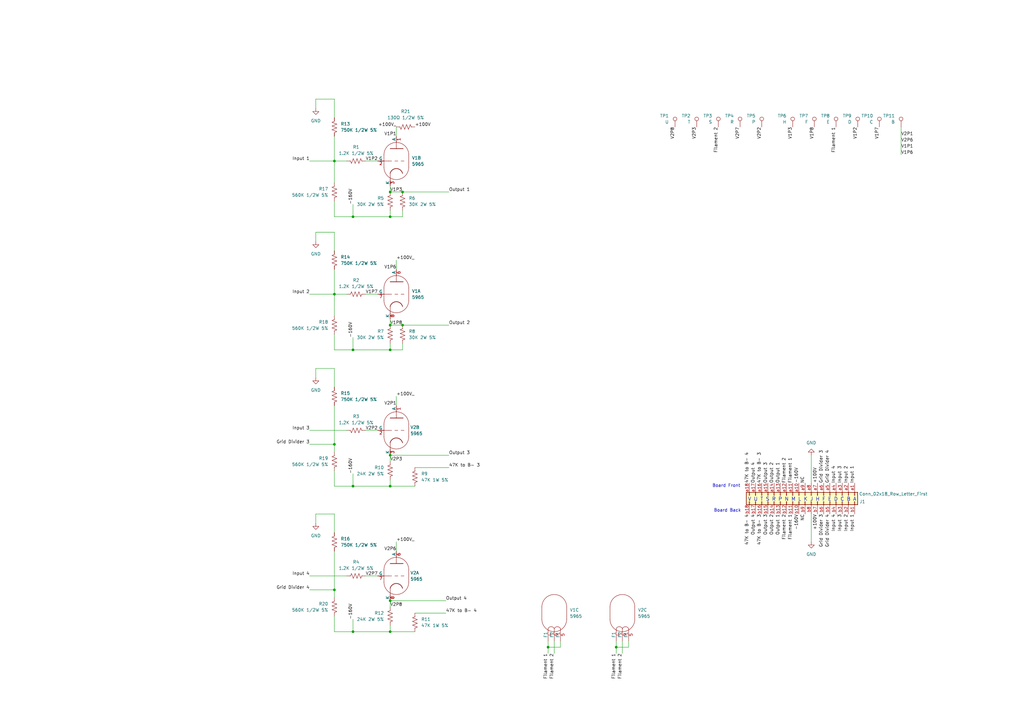
<source format=kicad_sch>
(kicad_sch (version 20211123) (generator eeschema)
  (paper "A3")
  (lib_symbols
    (symbol "Connector:TestPoint" (pin_numbers hide) (pin_names (offset 0.762) hide)
      (property "Reference" "TP" (at 0 6.858 0))
      (property "Value" "TestPoint" (at 0 5.08 0))
      (symbol "TestPoint_0_1"
        (circle (center 0 3.302) (radius 0.762))
      )
      (symbol "TestPoint_1_1"
        (pin passive line (at 0 0 90) (length 2.54) (name "1") (number "1"))
      )
    )
    (symbol "Connector_Generic:Conn_02x18_Row_Letter_First" (pin_names (offset 1.016) hide)
      (property "Reference" "J" (at 1.27 22.86 0))
      (property "Value" "Conn_02x18_Row_Letter_First" (at 1.27 -25.4 0))
      (symbol "Conn_02x18_Row_Letter_First_1_1"
        (rectangle (start -1.27 -22.733) (end 0 -22.987) (stroke (width 0.1524)))
        (rectangle (start -1.27 -20.193) (end 0 -20.447) (stroke (width 0.1524)))
        (rectangle (start -1.27 -17.653) (end 0 -17.907) (stroke (width 0.1524)))
        (rectangle (start -1.27 -15.113) (end 0 -15.367) (stroke (width 0.1524)))
        (rectangle (start -1.27 -12.573) (end 0 -12.827) (stroke (width 0.1524)))
        (rectangle (start -1.27 -10.033) (end 0 -10.287) (stroke (width 0.1524)))
        (rectangle (start -1.27 -7.493) (end 0 -7.747) (stroke (width 0.1524)))
        (rectangle (start -1.27 -4.953) (end 0 -5.207) (stroke (width 0.1524)))
        (rectangle (start -1.27 -2.413) (end 0 -2.667) (stroke (width 0.1524)))
        (rectangle (start -1.27 0.127) (end 0 -0.127) (stroke (width 0.1524)))
        (rectangle (start -1.27 2.667) (end 0 2.413) (stroke (width 0.1524)))
        (rectangle (start -1.27 5.207) (end 0 4.953) (stroke (width 0.1524)))
        (rectangle (start -1.27 7.747) (end 0 7.493) (stroke (width 0.1524)))
        (rectangle (start -1.27 10.287) (end 0 10.033) (stroke (width 0.1524)))
        (rectangle (start -1.27 12.827) (end 0 12.573) (stroke (width 0.1524)))
        (rectangle (start -1.27 15.367) (end 0 15.113) (stroke (width 0.1524)))
        (rectangle (start -1.27 17.907) (end 0 17.653) (stroke (width 0.1524)))
        (rectangle (start -1.27 20.447) (end 0 20.193) (stroke (width 0.1524)))
        (rectangle (start -1.27 21.59) (end 3.81 -24.13) (stroke (width 0.254)) (fill (type background)))
        (rectangle (start 3.81 -22.733) (end 2.54 -22.987) (stroke (width 0.1524)))
        (rectangle (start 3.81 -20.193) (end 2.54 -20.447) (stroke (width 0.1524)))
        (rectangle (start 3.81 -17.653) (end 2.54 -17.907) (stroke (width 0.1524)))
        (rectangle (start 3.81 -15.113) (end 2.54 -15.367) (stroke (width 0.1524)))
        (rectangle (start 3.81 -12.573) (end 2.54 -12.827) (stroke (width 0.1524)))
        (rectangle (start 3.81 -10.033) (end 2.54 -10.287) (stroke (width 0.1524)))
        (rectangle (start 3.81 -7.493) (end 2.54 -7.747) (stroke (width 0.1524)))
        (rectangle (start 3.81 -4.953) (end 2.54 -5.207) (stroke (width 0.1524)))
        (rectangle (start 3.81 -2.413) (end 2.54 -2.667) (stroke (width 0.1524)))
        (rectangle (start 3.81 0.127) (end 2.54 -0.127) (stroke (width 0.1524)))
        (rectangle (start 3.81 2.667) (end 2.54 2.413) (stroke (width 0.1524)))
        (rectangle (start 3.81 5.207) (end 2.54 4.953) (stroke (width 0.1524)))
        (rectangle (start 3.81 7.747) (end 2.54 7.493) (stroke (width 0.1524)))
        (rectangle (start 3.81 10.287) (end 2.54 10.033) (stroke (width 0.1524)))
        (rectangle (start 3.81 12.827) (end 2.54 12.573) (stroke (width 0.1524)))
        (rectangle (start 3.81 15.367) (end 2.54 15.113) (stroke (width 0.1524)))
        (rectangle (start 3.81 17.907) (end 2.54 17.653) (stroke (width 0.1524)))
        (rectangle (start 3.81 20.447) (end 2.54 20.193) (stroke (width 0.1524)))
        (pin passive line (at -5.08 20.32 0) (length 3.81) (name "Pin_a1") (number "a1"))
        (pin passive line (at -5.08 -2.54 0) (length 3.81) (name "Pin_a10") (number "a10"))
        (pin passive line (at -5.08 -5.08 0) (length 3.81) (name "Pin_a11") (number "a11"))
        (pin passive line (at -5.08 -7.62 0) (length 3.81) (name "Pin_a12") (number "a12"))
        (pin passive line (at -5.08 -10.16 0) (length 3.81) (name "Pin_a13") (number "a13"))
        (pin passive line (at -5.08 -12.7 0) (length 3.81) (name "Pin_a14") (number "a14"))
        (pin passive line (at -5.08 -15.24 0) (length 3.81) (name "Pin_a15") (number "a15"))
        (pin passive line (at -5.08 -17.78 0) (length 3.81) (name "Pin_a16") (number "a16"))
        (pin passive line (at -5.08 -20.32 0) (length 3.81) (name "Pin_a17") (number "a17"))
        (pin passive line (at -5.08 -22.86 0) (length 3.81) (name "Pin_a18") (number "a18"))
        (pin passive line (at -5.08 17.78 0) (length 3.81) (name "Pin_a2") (number "a2"))
        (pin passive line (at -5.08 15.24 0) (length 3.81) (name "Pin_a3") (number "a3"))
        (pin passive line (at -5.08 12.7 0) (length 3.81) (name "Pin_a4") (number "a4"))
        (pin passive line (at -5.08 10.16 0) (length 3.81) (name "Pin_a5") (number "a5"))
        (pin passive line (at -5.08 7.62 0) (length 3.81) (name "Pin_a6") (number "a6"))
        (pin passive line (at -5.08 5.08 0) (length 3.81) (name "Pin_a7") (number "a7"))
        (pin passive line (at -5.08 2.54 0) (length 3.81) (name "Pin_a8") (number "a8"))
        (pin passive line (at -5.08 0 0) (length 3.81) (name "Pin_a9") (number "a9"))
        (pin passive line (at 7.62 20.32 180) (length 3.81) (name "Pin_b1") (number "b1"))
        (pin passive line (at 7.62 -2.54 180) (length 3.81) (name "Pin_b10") (number "b10"))
        (pin passive line (at 7.62 -5.08 180) (length 3.81) (name "Pin_b11") (number "b11"))
        (pin passive line (at 7.62 -7.62 180) (length 3.81) (name "Pin_b12") (number "b12"))
        (pin passive line (at 7.62 -10.16 180) (length 3.81) (name "Pin_b13") (number "b13"))
        (pin passive line (at 7.62 -12.7 180) (length 3.81) (name "Pin_b14") (number "b14"))
        (pin passive line (at 7.62 -15.24 180) (length 3.81) (name "Pin_b15") (number "b15"))
        (pin passive line (at 7.62 -17.78 180) (length 3.81) (name "Pin_b16") (number "b16"))
        (pin passive line (at 7.62 -20.32 180) (length 3.81) (name "Pin_b17") (number "b17"))
        (pin passive line (at 7.62 -22.86 180) (length 3.81) (name "Pin_b18") (number "b18"))
        (pin passive line (at 7.62 17.78 180) (length 3.81) (name "Pin_b2") (number "b2"))
        (pin passive line (at 7.62 15.24 180) (length 3.81) (name "Pin_b3") (number "b3"))
        (pin passive line (at 7.62 12.7 180) (length 3.81) (name "Pin_b4") (number "b4"))
        (pin passive line (at 7.62 10.16 180) (length 3.81) (name "Pin_b5") (number "b5"))
        (pin passive line (at 7.62 7.62 180) (length 3.81) (name "Pin_b6") (number "b6"))
        (pin passive line (at 7.62 5.08 180) (length 3.81) (name "Pin_b7") (number "b7"))
        (pin passive line (at 7.62 2.54 180) (length 3.81) (name "Pin_b8") (number "b8"))
        (pin passive line (at 7.62 0 180) (length 3.81) (name "Pin_b9") (number "b9"))
      )
    )
    (symbol "Device:R_US" (pin_numbers hide) (pin_names (offset 0))
      (property "Reference" "R" (at 2.54 0 90))
      (property "Value" "R_US" (at -2.54 0 90))
      (symbol "R_US_0_1"
        (polyline (pts (xy 0 -2.286) (xy 0 -2.54)))
        (polyline (pts (xy 0 2.286) (xy 0 2.54)))
        (polyline (pts (xy 0 -0.762) (xy 1.016 -1.143) (xy 0 -1.524) (xy -1.016 -1.905) (xy 0 -2.286)))
        (polyline (pts (xy 0 0.762) (xy 1.016 0.381) (xy 0 0) (xy -1.016 -0.381) (xy 0 -0.762)))
        (polyline (pts (xy 0 2.286) (xy 1.016 1.905) (xy 0 1.524) (xy -1.016 1.143) (xy 0 0.762)))
      )
      (symbol "R_US_1_1"
        (pin passive line (at 0 3.81 270) (length 1.27) (name "~") (number "1"))
        (pin passive line (at 0 -3.81 90) (length 1.27) (name "~") (number "2"))
      )
    )
    (symbol "Valve:ECC81" (pin_names (offset 0))
      (property "Reference" "U" (at 3.302 7.874 0))
      (property "Value" "ECC81" (at 8.89 -7.62 0))
      (symbol "ECC81_0_1"
        (arc (start -5.08 -2.54) (mid 0 -7.62) (end 5.08 -2.54))
        (polyline (pts (xy 5.08 2.54) (xy 5.08 -2.54)))
        (polyline (pts (xy -5.08 2.54) (xy -5.08 -2.54) (xy -5.08 -2.54)))
        (arc (start 5.08 2.54) (mid 0 7.62) (end -5.08 2.54))
      )
      (symbol "ECC81_1_0"
        (polyline (pts (xy -2.54 -5.08) (xy -2.54 -7.62)))
        (polyline (pts (xy 0 5.08) (xy 0 7.62)))
      )
      (symbol "ECC81_1_1"
        (polyline (pts (xy -5.08 0) (xy -3.175 0)))
        (polyline (pts (xy -1.905 0) (xy -3.175 0)) (stroke (width 0.1524)))
        (polyline (pts (xy -0.635 0) (xy 0.635 0)) (stroke (width 0.1524)))
        (polyline (pts (xy 1.905 0) (xy 3.175 0)) (stroke (width 0.1524)))
        (polyline (pts (xy -2.54 5.08) (xy 2.794 5.08) (xy 2.794 5.08)) (stroke (width 0.254)))
        (arc (start 2.54 -5.08) (mid 0 -3.0968) (end -2.54 -5.08) (stroke (width 0.254)))
        (pin output line (at 0 10.16 270) (length 2.54) (name "A") (number "6"))
        (pin input line (at -7.62 0 0) (length 2.54) (name "G") (number "7"))
        (pin bidirectional line (at -2.54 -10.16 90) (length 2.54) (name "K") (number "8"))
      )
      (symbol "ECC81_2_0"
        (polyline (pts (xy -2.54 -5.08) (xy -2.54 -7.62)))
        (polyline (pts (xy 0 5.08) (xy 0 7.62)))
      )
      (symbol "ECC81_2_1"
        (polyline (pts (xy -5.08 0) (xy -3.175 0)))
        (polyline (pts (xy -1.905 0) (xy -3.175 0)) (stroke (width 0.1524)))
        (polyline (pts (xy -0.635 0) (xy 0.635 0)) (stroke (width 0.1524)))
        (polyline (pts (xy 1.905 0) (xy 3.175 0)) (stroke (width 0.1524)))
        (polyline (pts (xy -2.54 5.08) (xy 2.794 5.08) (xy 2.794 5.08)) (stroke (width 0.254)))
        (arc (start 2.54 -5.08) (mid 0 -3.0968) (end -2.54 -5.08) (stroke (width 0.254)))
        (pin output line (at 0 10.16 270) (length 2.54) (name "A") (number "1"))
        (pin input line (at -7.62 0 0) (length 2.54) (name "G") (number "2"))
        (pin bidirectional line (at -2.54 -10.16 90) (length 2.54) (name "K") (number "3"))
      )
      (symbol "ECC81_3_1"
        (arc (start 0 -6.35) (mid -1.27 -5.5651) (end -2.54 -6.35))
        (arc (start 2.54 -6.35) (mid 1.27 -5.5651) (end 0 -6.35))
        (pin power_in line (at -2.54 -11.43 90) (length 5.08) (name "F1") (number "4"))
        (pin power_in line (at 2.54 -11.43 90) (length 5.08) (name "F1") (number "5"))
        (pin power_in line (at 0 -11.43 90) (length 5.08) (name "F2") (number "9"))
      )
    )
    (symbol "power:GND" (power) (pin_names (offset 0))
      (property "Value" "GND" (at 0 -3.81 0))
      (symbol "GND_0_1"
        (polyline (pts (xy 0 0) (xy 0 -1.27) (xy 1.27 -1.27) (xy 0 -2.54) (xy -1.27 -1.27) (xy 0 -1.27)))
      )
      (symbol "GND_1_1"
        (pin power_in line (at 0 0 270) (length 0) hide (name "GND") (number "1"))
      )
    )
  )
  (junction (at 144.78 199.39))
  (junction (at 165.1 133.35))
  (junction (at 137.16 241.935))
  (junction (at 137.16 66.04))
  (junction (at 160.02 143.51))
  (junction (at 224.79 265.43))
  (junction (at 160.02 133.35))
  (junction (at 160.02 259.08))
  (junction (at 137.16 120.65))
  (junction (at 165.1 78.74))
  (junction (at 144.78 259.08))
  (junction (at 160.02 78.74))
  (junction (at 160.02 88.9))
  (junction (at 144.78 88.9))
  (junction (at 160.02 186.69))
  (junction (at 252.73 265.43))
  (junction (at 144.78 143.51))
  (junction (at 160.02 199.39))
  (junction (at 160.02 246.38))
  (junction (at 137.16 182.245))
  (wire (pts (xy 227.33 262.89) (xy 227.33 267.97)))
  (wire (pts (xy 160.02 199.39) (xy 144.78 199.39)))
  (wire (pts (xy 137.16 55.88) (xy 137.16 66.04)))
  (wire (pts (xy 257.81 265.43) (xy 257.81 262.89)))
  (wire (pts (xy 137.16 137.16) (xy 137.16 143.51)))
  (wire (pts (xy 252.73 265.43) (xy 257.81 265.43)))
  (wire (pts (xy 224.79 265.43) (xy 229.87 265.43)))
  (wire (pts (xy 160.02 186.69) (xy 184.15 186.69)))
  (wire (pts (xy 137.16 40.64) (xy 129.54 40.64)))
  (wire (pts (xy 224.79 265.43) (xy 224.79 267.97)))
  (wire (pts (xy 137.16 252.73) (xy 137.16 259.08)))
  (wire (pts (xy 170.18 251.46) (xy 182.88 251.46)))
  (wire (pts (xy 160.02 78.74) (xy 165.1 78.74)))
  (wire (pts (xy 137.16 151.13) (xy 129.54 151.13)))
  (wire (pts (xy 255.27 262.89) (xy 255.27 267.97)))
  (wire (pts (xy 144.78 83.82) (xy 144.78 88.9)))
  (wire (pts (xy 165.1 88.9) (xy 160.02 88.9)))
  (wire (pts (xy 160.02 130.81) (xy 160.02 133.35)))
  (wire (pts (xy 137.16 199.39) (xy 144.78 199.39)))
  (wire (pts (xy 137.16 95.25) (xy 129.54 95.25)))
  (wire (pts (xy 162.56 222.25) (xy 162.56 226.06)))
  (wire (pts (xy 165.1 140.97) (xy 165.1 143.51)))
  (wire (pts (xy 160.02 259.08) (xy 170.18 259.08)))
  (wire (pts (xy 137.16 88.9) (xy 144.78 88.9)))
  (wire (pts (xy 137.16 226.06) (xy 137.16 241.935)))
  (wire (pts (xy 137.16 182.245) (xy 137.16 185.42)))
  (wire (pts (xy 149.86 120.65) (xy 154.94 120.65)))
  (wire (pts (xy 165.1 143.51) (xy 160.02 143.51)))
  (wire (pts (xy 332.74 222.25) (xy 332.74 210.82)))
  (wire (pts (xy 160.02 199.39) (xy 170.18 199.39)))
  (wire (pts (xy 252.73 265.43) (xy 252.73 267.97)))
  (wire (pts (xy 229.87 265.43) (xy 229.87 262.89)))
  (wire (pts (xy 144.78 254) (xy 144.78 259.08)))
  (wire (pts (xy 160.02 86.36) (xy 160.02 88.9)))
  (wire (pts (xy 144.78 194.31) (xy 144.78 199.39)))
  (wire (pts (xy 137.16 102.87) (xy 137.16 95.25)))
  (wire (pts (xy 160.02 76.2) (xy 160.02 78.74)))
  (wire (pts (xy 142.24 66.04) (xy 137.16 66.04)))
  (wire (pts (xy 165.1 86.36) (xy 165.1 88.9)))
  (wire (pts (xy 160.02 259.08) (xy 144.78 259.08)))
  (wire (pts (xy 127 120.65) (xy 137.16 120.65)))
  (wire (pts (xy 160.02 133.35) (xy 165.1 133.35)))
  (wire (pts (xy 137.16 120.65) (xy 142.24 120.65)))
  (wire (pts (xy 149.86 236.22) (xy 154.94 236.22)))
  (wire (pts (xy 369.57 52.07) (xy 369.57 63.5)))
  (wire (pts (xy 160.02 140.97) (xy 160.02 143.51)))
  (wire (pts (xy 160.02 143.51) (xy 144.78 143.51)))
  (wire (pts (xy 252.73 262.89) (xy 252.73 265.43)))
  (wire (pts (xy 160.02 196.85) (xy 160.02 199.39)))
  (wire (pts (xy 154.94 176.53) (xy 149.86 176.53)))
  (wire (pts (xy 162.56 162.56) (xy 162.56 166.37)))
  (wire (pts (xy 160.02 256.54) (xy 160.02 259.08)))
  (wire (pts (xy 137.16 120.65) (xy 137.16 129.54)))
  (wire (pts (xy 165.1 78.74) (xy 184.15 78.74)))
  (wire (pts (xy 127 182.245) (xy 137.16 182.245)))
  (wire (pts (xy 162.56 106.68) (xy 162.56 110.49)))
  (wire (pts (xy 137.16 166.37) (xy 137.16 182.245)))
  (wire (pts (xy 160.02 186.69) (xy 160.02 189.23)))
  (wire (pts (xy 129.54 40.64) (xy 129.54 44.45)))
  (wire (pts (xy 137.16 241.935) (xy 137.16 245.11)))
  (wire (pts (xy 127 236.22) (xy 142.24 236.22)))
  (wire (pts (xy 162.56 52.07) (xy 162.56 55.88)))
  (wire (pts (xy 137.16 218.44) (xy 137.16 210.82)))
  (wire (pts (xy 160.02 246.38) (xy 182.88 246.38)))
  (wire (pts (xy 129.54 210.82) (xy 129.54 214.63)))
  (wire (pts (xy 137.16 259.08) (xy 144.78 259.08)))
  (wire (pts (xy 224.79 262.89) (xy 224.79 265.43)))
  (wire (pts (xy 137.16 82.55) (xy 137.16 88.9)))
  (wire (pts (xy 137.16 48.26) (xy 137.16 40.64)))
  (wire (pts (xy 165.1 133.35) (xy 184.15 133.35)))
  (wire (pts (xy 127 241.935) (xy 137.16 241.935)))
  (wire (pts (xy 332.74 186.69) (xy 332.74 198.12)))
  (wire (pts (xy 160.02 88.9) (xy 144.78 88.9)))
  (wire (pts (xy 137.16 110.49) (xy 137.16 120.65)))
  (wire (pts (xy 137.16 210.82) (xy 129.54 210.82)))
  (wire (pts (xy 127 176.53) (xy 142.24 176.53)))
  (wire (pts (xy 160.02 248.92) (xy 160.02 246.38)))
  (wire (pts (xy 137.16 158.75) (xy 137.16 151.13)))
  (wire (pts (xy 137.16 193.04) (xy 137.16 199.39)))
  (wire (pts (xy 170.18 191.77) (xy 184.15 191.77)))
  (wire (pts (xy 137.16 66.04) (xy 137.16 74.93)))
  (wire (pts (xy 129.54 151.13) (xy 129.54 154.94)))
  (wire (pts (xy 137.16 143.51) (xy 144.78 143.51)))
  (wire (pts (xy 127 66.04) (xy 137.16 66.04)))
  (wire (pts (xy 144.78 138.43) (xy 144.78 143.51)))
  (wire (pts (xy 129.54 95.25) (xy 129.54 99.06)))
  (wire (pts (xy 154.94 66.04) (xy 149.86 66.04)))
  (text "Board Back" (at 292.735 210.185 0) (effects (font (size 1.27 1.27)) (justify left bottom)))
  (text "Board Front" (at 292.1 200.025 0) (effects (font (size 1.27 1.27)) (justify left bottom)))
  (text "V U T S R P N M L K J H F E D C B A" (at 306.705 205.74 0) (effects (font (size 1.48 1.48)) (justify left bottom)))
  (label "Output 3" (at 314.96 210.82 270))
  (label "V2P7" (at 154.94 236.22 180))
  (label "Input 2" (at 347.98 198.12 90))
  (label "Output 2" (at 317.5 198.12 90))
  (label "47K to B- 4" (at 182.88 251.46 0))
  (label "47K to B- 3" (at 184.15 191.77 0))
  (label "-160V" (at 327.66 210.82 270))
  (label "Filament 2" (at 255.27 267.97 270))
  (label "Grid Divider 4" (at 127 241.935 180))
  (label "Output 3" (at 184.15 186.69 0))
  (label "V2P1" (at 369.57 55.88 0))
  (label "Grid Divider 4" (at 340.36 210.82 270))
  (label "Input 4" (at 342.9 198.12 90))
  (label "Output 4" (at 182.88 246.38 0))
  (label "-160V" (at 144.78 138.43 90))
  (label "Input 3" (at 345.44 210.82 270))
  (label "Output 4" (at 309.88 198.12 90))
  (label "-160V" (at 144.78 254 90))
  (label "Input 1" (at 127 66.04 180))
  (label "V2P6" (at 162.56 226.06 180))
  (label "Filament 2" (at 294.64 52.07 270))
  (label "V2P3" (at 285.75 52.07 270))
  (label "Grid Divider 3" (at 337.82 198.12 90))
  (label "Filament 1" (at 342.9 52.07 270))
  (label "Filament 1" (at 224.79 267.97 270))
  (label "47K to B- 3" (at 312.42 198.12 90))
  (label "Filament 1" (at 252.73 267.97 270))
  (label "Grid Divider 4" (at 340.36 198.12 90))
  (label "Input 4" (at 127 236.22 180))
  (label "Output 2" (at 317.5 210.82 270))
  (label "-160V" (at 144.78 194.31 90))
  (label "V1P2" (at 351.79 52.07 270))
  (label "Output 2" (at 184.15 133.35 0))
  (label "Filament 2" (at 227.33 267.97 270))
  (label "V2P8" (at 160.02 248.92 0))
  (label "V1P3" (at 160.02 78.74 0))
  (label "+100V" (at 170.18 52.07 0))
  (label "Filament 2" (at 322.58 210.82 270))
  (label "Output 1" (at 320.04 210.82 270))
  (label "V1P1" (at 162.56 55.88 180))
  (label "V2P3" (at 160.02 189.23 0))
  (label "Filament 1" (at 325.12 198.12 90))
  (label "Output 3" (at 314.96 198.12 90))
  (label "V1P1" (at 369.57 60.96 0))
  (label "Grid Divider 3" (at 127 182.245 180))
  (label "Output 1" (at 184.15 78.74 0))
  (label "Input 2" (at 127 120.65 180))
  (label "Filament 1" (at 325.12 210.82 270))
  (label "V1P8" (at 160.02 133.35 0))
  (label "47K to B- 4" (at 307.34 210.82 270))
  (label "V1P6" (at 162.56 110.49 180))
  (label "+100V_" (at 162.56 222.25 0))
  (label "V2P1" (at 162.56 166.37 180))
  (label "NC" (at 330.2 210.82 270))
  (label "V1P6" (at 369.57 63.5 0))
  (label "-160V" (at 327.66 198.12 90))
  (label "+100V_" (at 162.56 162.56 0))
  (label "V2P6" (at 369.57 58.42 0))
  (label "Input 3" (at 127 176.53 180))
  (label "V1P7" (at 154.94 120.65 180))
  (label "V1P3" (at 325.12 52.07 270))
  (label "V1P8" (at 334.01 52.07 270))
  (label "+100V" (at 335.28 210.82 270))
  (label "Filament 2" (at 322.58 198.12 90))
  (label "V2P2" (at 312.42 52.07 270))
  (label "V1P2" (at 154.94 66.04 180))
  (label "V2P7" (at 303.53 52.07 270))
  (label "V1P7" (at 360.68 52.07 270))
  (label "Input 3" (at 345.44 198.12 90))
  (label "Input 1" (at 350.52 198.12 90))
  (label "Input 1" (at 350.52 210.82 270))
  (label "Output 4" (at 309.88 210.82 270))
  (label "V2P8" (at 276.86 52.07 270))
  (label "Input 4" (at 342.9 210.82 270))
  (label "V2P2" (at 154.94 176.53 180))
  (label "NC" (at 330.2 198.12 90))
  (label "-160V" (at 144.78 83.82 90))
  (label "Grid Divider 3" (at 337.82 210.82 270))
  (label "+100V_" (at 162.56 106.68 0))
  (label "Output 1" (at 320.04 198.12 90))
  (label "+100V" (at 335.28 198.12 90))
  (label "47K to B- 4" (at 307.34 198.12 90))
  (label "+100V_" (at 162.56 52.07 180))
  (label "47K to B- 3" (at 312.42 210.82 270))
  (label "Input 2" (at 347.98 210.82 270))
  (symbol (lib_id "Device:R_US") (at 146.05 120.65 270) (unit 1)
    (property "Reference" "R2" (at 146.05 114.935 90))
    (property "Value" "1.2K 1/2W 5%" (at 146.05 117.475 90))
    (property "Footprint" "Resistor_THT:R_Axial_DIN0309_L9.0mm_D3.2mm_P15.24mm_Horizontal" (effects hide))
  )
  (symbol (lib_id "Device:R_US") (at 170.18 255.27 0) (mirror y) (unit 1)
    (property "Reference" "R11" (at 172.72 253.9999 0) (effects (justify right)))
    (property "Value" "47K 1W 5%" (at 172.72 256.5399 0) (effects (justify right)))
    (property "Footprint" "Resistor_THT:R_Axial_DIN0516_L15.5mm_D5.0mm_P20.32mm_Horizontal" (effects hide))
  )
  (symbol (lib_id "Device:R_US") (at 137.16 133.35 0) (mirror x) (unit 1)
    (property "Reference" "R18" (at 134.62 132.0799 0) (effects (justify right)))
    (property "Value" "560K 1/2W 5%" (at 134.62 134.6199 0) (effects (justify right)))
    (property "Footprint" "Resistor_THT:R_Axial_DIN0309_L9.0mm_D3.2mm_P15.24mm_Horizontal" (effects hide))
  )
  (symbol (lib_id "Device:R_US") (at 137.16 52.07 0) (mirror y) (unit 1)
    (property "Reference" "R13" (at 139.7 50.7999 0) (effects (justify right)))
    (property "Value" "750K 1/2W 5%" (at 139.7 53.3399 0) (effects (justify right)))
    (property "Footprint" "Resistor_THT:R_Axial_DIN0309_L9.0mm_D3.2mm_P15.24mm_Horizontal" (effects hide))
  )
  (symbol (lib_id "Device:R_US") (at 137.16 222.25 0) (mirror y) (unit 1)
    (property "Reference" "R16" (at 139.7 220.9799 0) (effects (justify right)))
    (property "Value" "750K 1/2W 5%" (at 139.7 223.5199 0) (effects (justify right)))
    (property "Footprint" "Resistor_THT:R_Axial_DIN0309_L9.0mm_D3.2mm_P15.24mm_Horizontal" (effects hide))
  )
  (symbol (lib_id "Connector_Generic:Conn_02x18_Row_Letter_First") (at 330.2 203.2 270) (unit 1)
    (property "Reference" "J1" (at 353.695 205.74 90))
    (property "Value" "Conn_02x18_Row_Letter_First" (at 366.395 202.565 90))
    (property "Footprint" "Bendix_G15:Card_Edge_K_Key" (effects hide))
  )
  (symbol (lib_id "Device:R_US") (at 160.02 193.04 0) (mirror x) (unit 1)
    (property "Reference" "R10" (at 157.48 191.7699 0) (effects (justify right)))
    (property "Value" "24K 2W 5%" (at 157.48 194.3099 0) (effects (justify right)))
    (property "Footprint" "Resistor_THT:R_Axial_DIN0617_L17.0mm_D6.0mm_P25.40mm_Horizontal" (effects hide))
  )
  (symbol (lib_id "Device:R_US") (at 165.1 82.55 0) (mirror y) (unit 1)
    (property "Reference" "R6" (at 167.64 81.2799 0) (effects (justify right)))
    (property "Value" "30K 2W 5%" (at 167.64 83.8199 0) (effects (justify right)))
    (property "Footprint" "Resistor_THT:R_Axial_DIN0617_L17.0mm_D6.0mm_P25.40mm_Horizontal" (effects hide))
  )
  (symbol (lib_id "Connector:TestPoint") (at 342.9 52.07 0) (mirror y) (unit 1)
    (property "Reference" "TP8" (at 340.36 47.4979 0) (effects (justify left)))
    (property "Value" "E" (at 340.36 50.0379 0) (effects (justify left)))
    (property "Footprint" "TestPoint:TestPoint_Plated_Hole_D2.0mm" (effects hide))
  )
  (symbol (lib_id "power:GND") (at 332.74 186.69 180) (unit 1)
    (property "Reference" "#PWR0101" (effects hide))
    (property "Value" "GND" (at 332.74 181.61 0))
  )
  (symbol (lib_id "Device:R_US") (at 146.05 236.22 270) (unit 1)
    (property "Reference" "R4" (at 146.05 230.505 90))
    (property "Value" "1.2K 1/2W 5%" (at 146.05 233.045 90))
    (property "Footprint" "Resistor_THT:R_Axial_DIN0309_L9.0mm_D3.2mm_P15.24mm_Horizontal" (effects hide))
  )
  (symbol (lib_id "Device:R_US") (at 137.16 106.68 0) (mirror y) (unit 1)
    (property "Reference" "R14" (at 139.7 105.4099 0) (effects (justify right)))
    (property "Value" "750K 1/2W 5%" (at 139.7 107.9499 0) (effects (justify right)))
    (property "Footprint" "Resistor_THT:R_Axial_DIN0309_L9.0mm_D3.2mm_P15.24mm_Horizontal" (effects hide))
  )
  (symbol (lib_id "Connector:TestPoint") (at 325.12 52.07 0) (mirror y) (unit 1)
    (property "Reference" "TP6" (at 322.58 47.4979 0) (effects (justify left)))
    (property "Value" "H" (at 322.58 50.0379 0) (effects (justify left)))
    (property "Footprint" "TestPoint:TestPoint_Plated_Hole_D2.0mm" (effects hide))
  )
  (symbol (lib_id "Connector:TestPoint") (at 294.64 52.07 0) (mirror y) (unit 1)
    (property "Reference" "TP3" (at 292.1 47.4979 0) (effects (justify left)))
    (property "Value" "S" (at 292.1 50.0379 0) (effects (justify left)))
    (property "Footprint" "TestPoint:TestPoint_Plated_Hole_D2.0mm" (effects hide))
  )
  (symbol (lib_id "Valve:ECC81") (at 162.56 176.53 0) (unit 2)
    (property "Reference" "V2" (at 168.275 175.2599 0) (effects (justify left)))
    (property "Value" "5965" (at 168.275 177.7999 0) (effects (justify left)))
    (property "Datasheet" "http://www.r-type.org/pdfs/ecc81.pdf" (effects hide))
  )
  (symbol (lib_id "Device:R_US") (at 166.37 52.07 90) (mirror x) (unit 1)
    (property "Reference" "R21" (at 166.37 45.72 90))
    (property "Value" "130Ω 1/2W 5%" (at 166.37 48.26 90))
    (property "Footprint" "Resistor_THT:R_Axial_DIN0309_L9.0mm_D3.2mm_P15.24mm_Horizontal" (effects hide))
  )
  (symbol (lib_id "Device:R_US") (at 160.02 252.73 0) (mirror x) (unit 1)
    (property "Reference" "R12" (at 157.48 251.4599 0) (effects (justify right)))
    (property "Value" "24K 2W 5%" (at 157.48 253.9999 0) (effects (justify right)))
    (property "Footprint" "Resistor_THT:R_Axial_DIN0617_L17.0mm_D6.0mm_P25.40mm_Horizontal" (effects hide))
  )
  (symbol (lib_id "Device:R_US") (at 160.02 82.55 0) (mirror x) (unit 1)
    (property "Reference" "R5" (at 157.48 81.2799 0) (effects (justify right)))
    (property "Value" "30K 2W 5%" (at 157.48 83.8199 0) (effects (justify right)))
    (property "Footprint" "Resistor_THT:R_Axial_DIN0617_L17.0mm_D6.0mm_P25.40mm_Horizontal" (effects hide))
  )
  (symbol (lib_id "Valve:ECC81") (at 227.33 251.46 0) (unit 3)
    (property "Reference" "V1" (at 233.68 250.1899 0) (effects (justify left)))
    (property "Value" "5965" (at 233.68 252.7299 0) (effects (justify left)))
    (property "Datasheet" "http://www.r-type.org/pdfs/ecc81.pdf" (effects hide))
  )
  (symbol (lib_id "power:GND") (at 332.74 222.25 0) (unit 1)
    (property "Reference" "#PWR0102" (effects hide))
    (property "Value" "GND" (at 332.74 227.33 0))
  )
  (symbol (lib_id "Valve:ECC81") (at 162.56 236.22 0) (unit 1)
    (property "Reference" "V2" (at 168.275 234.9499 0) (effects (justify left)))
    (property "Value" "5965" (at 168.275 237.4899 0) (effects (justify left)))
    (property "Datasheet" "http://www.r-type.org/pdfs/ecc81.pdf" (effects hide))
  )
  (symbol (lib_id "Device:R_US") (at 137.16 189.23 0) (mirror x) (unit 1)
    (property "Reference" "R19" (at 134.62 187.9599 0) (effects (justify right)))
    (property "Value" "560K 1/2W 5%" (at 134.62 190.4999 0) (effects (justify right)))
    (property "Footprint" "Resistor_THT:R_Axial_DIN0309_L9.0mm_D3.2mm_P15.24mm_Horizontal" (effects hide))
  )
  (symbol (lib_id "Device:R_US") (at 137.16 162.56 0) (mirror y) (unit 1)
    (property "Reference" "R15" (at 139.7 161.2899 0) (effects (justify right)))
    (property "Value" "750K 1/2W 5%" (at 139.7 163.8299 0) (effects (justify right)))
    (property "Footprint" "Resistor_THT:R_Axial_DIN0309_L9.0mm_D3.2mm_P15.24mm_Horizontal" (effects hide))
  )
  (symbol (lib_id "Valve:ECC81") (at 162.56 66.04 0) (unit 2)
    (property "Reference" "V1" (at 168.91 64.7699 0) (effects (justify left)))
    (property "Value" "5965" (at 168.91 67.3099 0) (effects (justify left)))
    (property "Datasheet" "http://www.r-type.org/pdfs/ecc81.pdf" (effects hide))
  )
  (symbol (lib_id "Device:R_US") (at 170.18 195.58 0) (mirror y) (unit 1)
    (property "Reference" "R9" (at 172.72 194.3099 0) (effects (justify right)))
    (property "Value" "47K 1W 5%" (at 172.72 196.8499 0) (effects (justify right)))
    (property "Footprint" "Resistor_THT:R_Axial_DIN0516_L15.5mm_D5.0mm_P20.32mm_Horizontal" (effects hide))
  )
  (symbol (lib_id "Device:R_US") (at 160.02 137.16 0) (mirror x) (unit 1)
    (property "Reference" "R7" (at 157.48 135.8899 0) (effects (justify right)))
    (property "Value" "30K 2W 5%" (at 157.48 138.4299 0) (effects (justify right)))
    (property "Footprint" "Resistor_THT:R_Axial_DIN0617_L17.0mm_D6.0mm_P25.40mm_Horizontal" (effects hide))
  )
  (symbol (lib_id "power:GND") (at 129.54 214.63 0) (unit 1)
    (property "Reference" "#PWR0103" (effects hide))
    (property "Value" "GND" (at 129.54 219.71 0))
  )
  (symbol (lib_id "Valve:ECC81") (at 162.56 120.65 0) (unit 1)
    (property "Reference" "V1" (at 168.91 119.3799 0) (effects (justify left)))
    (property "Value" "5965" (at 168.91 121.9199 0) (effects (justify left)))
    (property "Datasheet" "http://www.r-type.org/pdfs/ecc81.pdf" (effects hide))
  )
  (symbol (lib_id "Connector:TestPoint") (at 285.75 52.07 0) (mirror y) (unit 1)
    (property "Reference" "TP2" (at 283.21 47.4979 0) (effects (justify left)))
    (property "Value" "T" (at 283.21 50.0379 0) (effects (justify left)))
    (property "Footprint" "TestPoint:TestPoint_Plated_Hole_D2.0mm" (effects hide))
  )
  (symbol (lib_id "Connector:TestPoint") (at 303.53 52.07 0) (mirror y) (unit 1)
    (property "Reference" "TP4" (at 300.99 47.4979 0) (effects (justify left)))
    (property "Value" "R" (at 300.99 50.0379 0) (effects (justify left)))
    (property "Footprint" "TestPoint:TestPoint_Plated_Hole_D2.0mm" (effects hide))
  )
  (symbol (lib_id "Valve:ECC81") (at 255.27 251.46 0) (unit 3)
    (property "Reference" "V2" (at 261.62 250.1899 0) (effects (justify left)))
    (property "Value" "5965" (at 261.62 252.7299 0) (effects (justify left)))
    (property "Datasheet" "http://www.r-type.org/pdfs/ecc81.pdf" (effects hide))
  )
  (symbol (lib_id "Device:R_US") (at 146.05 66.04 90) (mirror x) (unit 1)
    (property "Reference" "R1" (at 146.05 60.325 90))
    (property "Value" "1.2K 1/2W 5%" (at 146.05 62.865 90))
    (property "Footprint" "Resistor_THT:R_Axial_DIN0309_L9.0mm_D3.2mm_P15.24mm_Horizontal" (effects hide))
  )
  (symbol (lib_id "power:GND") (at 129.54 99.06 0) (unit 1)
    (property "Reference" "#PWR0106" (effects hide))
    (property "Value" "GND" (at 129.54 104.14 0))
  )
  (symbol (lib_id "Connector:TestPoint") (at 312.42 52.07 0) (mirror y) (unit 1)
    (property "Reference" "TP5" (at 309.88 47.4979 0) (effects (justify left)))
    (property "Value" "P" (at 309.88 50.0379 0) (effects (justify left)))
    (property "Footprint" "TestPoint:TestPoint_Plated_Hole_D2.0mm" (effects hide))
  )
  (symbol (lib_id "Connector:TestPoint") (at 369.57 52.07 0) (mirror y) (unit 1)
    (property "Reference" "TP11" (at 367.03 47.4979 0) (effects (justify left)))
    (property "Value" "B" (at 367.03 50.0379 0) (effects (justify left)))
    (property "Footprint" "TestPoint:TestPoint_Plated_Hole_D2.0mm" (effects hide))
  )
  (symbol (lib_id "Device:R_US") (at 165.1 137.16 0) (mirror y) (unit 1)
    (property "Reference" "R8" (at 167.64 135.8899 0) (effects (justify right)))
    (property "Value" "30K 2W 5%" (at 167.64 138.4299 0) (effects (justify right)))
    (property "Footprint" "Resistor_THT:R_Axial_DIN0617_L17.0mm_D6.0mm_P25.40mm_Horizontal" (effects hide))
  )
  (symbol (lib_id "power:GND") (at 129.54 44.45 0) (unit 1)
    (property "Reference" "#PWR0105" (effects hide))
    (property "Value" "GND" (at 129.54 49.53 0))
  )
  (symbol (lib_id "power:GND") (at 129.54 154.94 0) (unit 1)
    (property "Reference" "#PWR0104" (effects hide))
    (property "Value" "GND" (at 129.54 160.02 0))
  )
  (symbol (lib_id "Connector:TestPoint") (at 334.01 52.07 0) (mirror y) (unit 1)
    (property "Reference" "TP7" (at 331.47 47.4979 0) (effects (justify left)))
    (property "Value" "F" (at 331.47 50.0379 0) (effects (justify left)))
    (property "Footprint" "TestPoint:TestPoint_Plated_Hole_D2.0mm" (effects hide))
  )
  (symbol (lib_id "Device:R_US") (at 137.16 248.92 0) (mirror x) (unit 1)
    (property "Reference" "R20" (at 134.62 247.6499 0) (effects (justify right)))
    (property "Value" "560K 1/2W 5%" (at 134.62 250.1899 0) (effects (justify right)))
    (property "Footprint" "Resistor_THT:R_Axial_DIN0309_L9.0mm_D3.2mm_P15.24mm_Horizontal" (effects hide))
  )
  (symbol (lib_id "Device:R_US") (at 137.16 78.74 0) (mirror x) (unit 1)
    (property "Reference" "R17" (at 134.62 77.4699 0) (effects (justify right)))
    (property "Value" "560K 1/2W 5%" (at 134.62 80.0099 0) (effects (justify right)))
    (property "Footprint" "Resistor_THT:R_Axial_DIN0309_L9.0mm_D3.2mm_P15.24mm_Horizontal" (effects hide))
  )
  (symbol (lib_id "Connector:TestPoint") (at 276.86 52.07 0) (mirror y) (unit 1)
    (property "Reference" "TP1" (at 274.32 47.4979 0) (effects (justify left)))
    (property "Value" "U" (at 274.32 50.0379 0) (effects (justify left)))
    (property "Footprint" "TestPoint:TestPoint_Plated_Hole_D2.0mm" (effects hide))
  )
  (symbol (lib_id "Connector:TestPoint") (at 360.68 52.07 0) (mirror y) (unit 1)
    (property "Reference" "TP10" (at 358.14 47.4979 0) (effects (justify left)))
    (property "Value" "C" (at 358.14 50.0379 0) (effects (justify left)))
    (property "Footprint" "TestPoint:TestPoint_Plated_Hole_D2.0mm" (effects hide))
  )
  (symbol (lib_id "Device:R_US") (at 146.05 176.53 90) (mirror x) (unit 1)
    (property "Reference" "R3" (at 146.05 170.815 90))
    (property "Value" "1.2K 1/2W 5%" (at 146.05 173.355 90))
    (property "Footprint" "Resistor_THT:R_Axial_DIN0309_L9.0mm_D3.2mm_P15.24mm_Horizontal" (effects hide))
  )
  (symbol (lib_id "Connector:TestPoint") (at 351.79 52.07 0) (mirror y) (unit 1)
    (property "Reference" "TP9" (at 349.25 47.4979 0) (effects (justify left)))
    (property "Value" "D" (at 349.25 50.0379 0) (effects (justify left)))
    (property "Footprint" "TestPoint:TestPoint_Plated_Hole_D2.0mm" (effects hide))
  )
)
</source>
